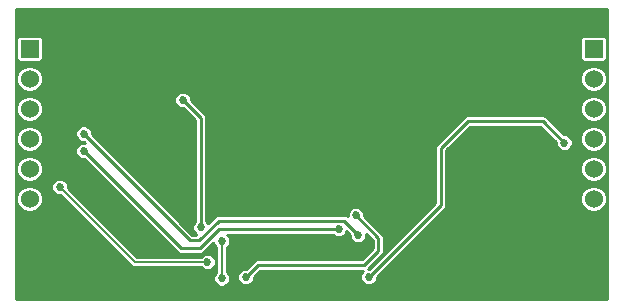
<source format=gbl>
G04 (created by PCBNEW (2013-07-07 BZR 4022)-stable) date 9/14/2013 7:52:16 PM*
%MOIN*%
G04 Gerber Fmt 3.4, Leading zero omitted, Abs format*
%FSLAX34Y34*%
G01*
G70*
G90*
G04 APERTURE LIST*
%ADD10C,0.00590551*%
%ADD11R,0.06X0.06*%
%ADD12C,0.06*%
%ADD13C,0.027*%
%ADD14C,0.01*%
%ADD15C,0.008*%
G04 APERTURE END LIST*
G54D10*
G54D11*
X48650Y-38350D03*
G54D12*
X48650Y-39350D03*
X48650Y-40350D03*
X48650Y-41350D03*
X48650Y-42350D03*
X48650Y-43350D03*
X48650Y-44350D03*
X48650Y-45350D03*
G54D11*
X67450Y-38350D03*
G54D12*
X67450Y-39350D03*
X67450Y-40350D03*
X67450Y-41350D03*
X67450Y-42350D03*
X67450Y-43350D03*
X67450Y-44350D03*
X67450Y-45350D03*
G54D13*
X58950Y-44350D03*
X50450Y-41750D03*
X59950Y-45950D03*
X66475Y-41475D03*
X54575Y-45450D03*
X49650Y-42950D03*
X51000Y-46250D03*
X51250Y-45950D03*
X51550Y-45650D03*
X52850Y-44850D03*
X53050Y-45950D03*
X63250Y-44500D03*
X63650Y-44250D03*
X64000Y-44000D03*
X65800Y-42100D03*
X65100Y-42100D03*
X66500Y-42100D03*
X55850Y-45950D03*
X59525Y-43900D03*
X55050Y-44750D03*
X55050Y-46000D03*
X54350Y-44300D03*
X53750Y-40050D03*
X50450Y-41175D03*
X59600Y-44550D03*
G54D14*
X50450Y-41750D02*
X53700Y-45000D01*
X53700Y-45000D02*
X54325Y-45000D01*
X54325Y-45000D02*
X54975Y-44350D01*
X54975Y-44350D02*
X58950Y-44350D01*
X65750Y-40750D02*
X66475Y-41475D01*
X63250Y-40750D02*
X65750Y-40750D01*
X62350Y-41650D02*
X63250Y-40750D01*
X62350Y-43550D02*
X62350Y-41650D01*
X59950Y-45950D02*
X62350Y-43550D01*
G54D15*
X52150Y-45450D02*
X54575Y-45450D01*
X49650Y-42950D02*
X52150Y-45450D01*
G54D14*
X51550Y-45650D02*
X51550Y-45700D01*
X51550Y-45700D02*
X51000Y-46250D01*
X51250Y-45950D02*
X51250Y-45950D01*
X51250Y-45950D02*
X51550Y-45650D01*
X51500Y-45750D02*
X51000Y-46250D01*
X51250Y-45950D02*
X51250Y-46000D01*
X53050Y-45950D02*
X53000Y-46000D01*
X63250Y-44000D02*
X63250Y-44500D01*
X64000Y-44000D02*
X63250Y-44000D01*
X63650Y-44250D02*
X63650Y-44275D01*
X66500Y-42100D02*
X66525Y-42125D01*
X60275Y-44650D02*
X59525Y-43900D01*
X60275Y-45075D02*
X60275Y-44650D01*
X59800Y-45550D02*
X60275Y-45075D01*
X56250Y-45550D02*
X59800Y-45550D01*
X56250Y-45550D02*
X55850Y-45950D01*
G54D15*
X55050Y-45750D02*
X55050Y-44750D01*
X55050Y-46000D02*
X55050Y-45750D01*
G54D14*
X54350Y-40650D02*
X54350Y-44300D01*
X53750Y-40050D02*
X54350Y-40650D01*
X54000Y-44725D02*
X50450Y-41175D01*
X54300Y-44725D02*
X54000Y-44725D01*
X54950Y-44075D02*
X54300Y-44725D01*
X59125Y-44075D02*
X54950Y-44075D01*
X59600Y-44550D02*
X59125Y-44075D01*
G54D10*
G36*
X67890Y-46690D02*
X67890Y-46690D01*
X67890Y-43262D01*
X67890Y-42262D01*
X67890Y-41262D01*
X67890Y-40262D01*
X67890Y-39262D01*
X67890Y-39262D01*
X67890Y-38622D01*
X67890Y-38022D01*
X67868Y-37970D01*
X67829Y-37931D01*
X67777Y-37910D01*
X67722Y-37909D01*
X67122Y-37909D01*
X67070Y-37931D01*
X67031Y-37970D01*
X67010Y-38022D01*
X67009Y-38077D01*
X67009Y-38677D01*
X67031Y-38729D01*
X67070Y-38768D01*
X67122Y-38789D01*
X67177Y-38790D01*
X67777Y-38790D01*
X67829Y-38768D01*
X67868Y-38729D01*
X67889Y-38677D01*
X67890Y-38622D01*
X67890Y-39262D01*
X67823Y-39101D01*
X67699Y-38977D01*
X67537Y-38910D01*
X67362Y-38909D01*
X67201Y-38976D01*
X67077Y-39100D01*
X67010Y-39262D01*
X67009Y-39437D01*
X67076Y-39598D01*
X67200Y-39722D01*
X67362Y-39789D01*
X67537Y-39790D01*
X67698Y-39723D01*
X67822Y-39599D01*
X67889Y-39437D01*
X67890Y-39262D01*
X67890Y-40262D01*
X67823Y-40101D01*
X67699Y-39977D01*
X67537Y-39910D01*
X67362Y-39909D01*
X67201Y-39976D01*
X67077Y-40100D01*
X67010Y-40262D01*
X67009Y-40437D01*
X67076Y-40598D01*
X67200Y-40722D01*
X67362Y-40789D01*
X67537Y-40790D01*
X67698Y-40723D01*
X67822Y-40599D01*
X67889Y-40437D01*
X67890Y-40262D01*
X67890Y-41262D01*
X67823Y-41101D01*
X67699Y-40977D01*
X67537Y-40910D01*
X67362Y-40909D01*
X67201Y-40976D01*
X67077Y-41100D01*
X67010Y-41262D01*
X67009Y-41437D01*
X67076Y-41598D01*
X67200Y-41722D01*
X67362Y-41789D01*
X67537Y-41790D01*
X67698Y-41723D01*
X67822Y-41599D01*
X67889Y-41437D01*
X67890Y-41262D01*
X67890Y-42262D01*
X67823Y-42101D01*
X67699Y-41977D01*
X67537Y-41910D01*
X67362Y-41909D01*
X67201Y-41976D01*
X67077Y-42100D01*
X67010Y-42262D01*
X67009Y-42437D01*
X67076Y-42598D01*
X67200Y-42722D01*
X67362Y-42789D01*
X67537Y-42790D01*
X67698Y-42723D01*
X67822Y-42599D01*
X67889Y-42437D01*
X67890Y-42262D01*
X67890Y-43262D01*
X67823Y-43101D01*
X67699Y-42977D01*
X67537Y-42910D01*
X67362Y-42909D01*
X67201Y-42976D01*
X67077Y-43100D01*
X67010Y-43262D01*
X67009Y-43437D01*
X67076Y-43598D01*
X67200Y-43722D01*
X67362Y-43789D01*
X67537Y-43790D01*
X67698Y-43723D01*
X67822Y-43599D01*
X67889Y-43437D01*
X67890Y-43262D01*
X67890Y-46690D01*
X66750Y-46690D01*
X66750Y-41420D01*
X66708Y-41319D01*
X66630Y-41242D01*
X66529Y-41200D01*
X66468Y-41199D01*
X65884Y-40615D01*
X65822Y-40574D01*
X65750Y-40560D01*
X63250Y-40560D01*
X63177Y-40574D01*
X63115Y-40615D01*
X62215Y-41515D01*
X62174Y-41577D01*
X62160Y-41650D01*
X62160Y-43471D01*
X59956Y-45675D01*
X59943Y-45674D01*
X60409Y-45209D01*
X60409Y-45209D01*
X60409Y-45209D01*
X60450Y-45147D01*
X60465Y-45075D01*
X60465Y-44650D01*
X60464Y-44649D01*
X60465Y-44649D01*
X60462Y-44637D01*
X60450Y-44577D01*
X60409Y-44515D01*
X60409Y-44515D01*
X59799Y-43906D01*
X59800Y-43845D01*
X59758Y-43744D01*
X59680Y-43667D01*
X59579Y-43625D01*
X59470Y-43624D01*
X59369Y-43666D01*
X59292Y-43744D01*
X59250Y-43845D01*
X59249Y-43934D01*
X59197Y-43899D01*
X59125Y-43885D01*
X54950Y-43885D01*
X54877Y-43899D01*
X54815Y-43940D01*
X54815Y-43940D01*
X54591Y-44164D01*
X54583Y-44144D01*
X54540Y-44101D01*
X54540Y-40650D01*
X54525Y-40577D01*
X54484Y-40515D01*
X54484Y-40515D01*
X54024Y-40056D01*
X54025Y-39995D01*
X53983Y-39894D01*
X53905Y-39817D01*
X53804Y-39775D01*
X53695Y-39774D01*
X53594Y-39816D01*
X53517Y-39894D01*
X53475Y-39995D01*
X53474Y-40104D01*
X53516Y-40205D01*
X53594Y-40282D01*
X53695Y-40324D01*
X53756Y-40325D01*
X54160Y-40728D01*
X54160Y-44101D01*
X54117Y-44144D01*
X54075Y-44245D01*
X54074Y-44354D01*
X54116Y-44455D01*
X54194Y-44532D01*
X54198Y-44535D01*
X54078Y-44535D01*
X50724Y-41181D01*
X50725Y-41120D01*
X50683Y-41019D01*
X50605Y-40942D01*
X50504Y-40900D01*
X50395Y-40899D01*
X50294Y-40941D01*
X50217Y-41019D01*
X50175Y-41120D01*
X50174Y-41229D01*
X50216Y-41330D01*
X50294Y-41407D01*
X50395Y-41449D01*
X50456Y-41450D01*
X50481Y-41475D01*
X50395Y-41474D01*
X50294Y-41516D01*
X50217Y-41594D01*
X50175Y-41695D01*
X50174Y-41804D01*
X50216Y-41905D01*
X50294Y-41982D01*
X50395Y-42024D01*
X50456Y-42025D01*
X53565Y-45134D01*
X53565Y-45134D01*
X53627Y-45175D01*
X53627Y-45175D01*
X53685Y-45187D01*
X53699Y-45190D01*
X53699Y-45189D01*
X53700Y-45190D01*
X54325Y-45190D01*
X54397Y-45175D01*
X54459Y-45134D01*
X54779Y-44814D01*
X54816Y-44905D01*
X54870Y-44958D01*
X54870Y-45750D01*
X54870Y-45791D01*
X54850Y-45811D01*
X54850Y-45395D01*
X54808Y-45294D01*
X54730Y-45217D01*
X54629Y-45175D01*
X54520Y-45174D01*
X54419Y-45216D01*
X54366Y-45270D01*
X52224Y-45270D01*
X49924Y-42970D01*
X49925Y-42895D01*
X49883Y-42794D01*
X49805Y-42717D01*
X49704Y-42675D01*
X49595Y-42674D01*
X49494Y-42716D01*
X49417Y-42794D01*
X49375Y-42895D01*
X49374Y-43004D01*
X49416Y-43105D01*
X49494Y-43182D01*
X49595Y-43224D01*
X49670Y-43225D01*
X52022Y-45577D01*
X52081Y-45616D01*
X52150Y-45630D01*
X54366Y-45630D01*
X54419Y-45682D01*
X54520Y-45724D01*
X54629Y-45725D01*
X54730Y-45683D01*
X54807Y-45605D01*
X54849Y-45504D01*
X54850Y-45395D01*
X54850Y-45811D01*
X54817Y-45844D01*
X54775Y-45945D01*
X54774Y-46054D01*
X54816Y-46155D01*
X54894Y-46232D01*
X54995Y-46274D01*
X55104Y-46275D01*
X55205Y-46233D01*
X55282Y-46155D01*
X55324Y-46054D01*
X55325Y-45945D01*
X55283Y-45844D01*
X55230Y-45791D01*
X55230Y-45750D01*
X55230Y-44958D01*
X55282Y-44905D01*
X55324Y-44804D01*
X55325Y-44695D01*
X55283Y-44594D01*
X55228Y-44540D01*
X58751Y-44540D01*
X58794Y-44582D01*
X58895Y-44624D01*
X59004Y-44625D01*
X59105Y-44583D01*
X59182Y-44505D01*
X59213Y-44432D01*
X59325Y-44543D01*
X59324Y-44604D01*
X59366Y-44705D01*
X59444Y-44782D01*
X59545Y-44824D01*
X59654Y-44825D01*
X59755Y-44783D01*
X59832Y-44705D01*
X59874Y-44604D01*
X59875Y-44518D01*
X60085Y-44728D01*
X60085Y-44996D01*
X59721Y-45360D01*
X56250Y-45360D01*
X56249Y-45360D01*
X56235Y-45362D01*
X56177Y-45374D01*
X56115Y-45415D01*
X56115Y-45415D01*
X55856Y-45675D01*
X55795Y-45674D01*
X55694Y-45716D01*
X55617Y-45794D01*
X55575Y-45895D01*
X55574Y-46004D01*
X55616Y-46105D01*
X55694Y-46182D01*
X55795Y-46224D01*
X55904Y-46225D01*
X56005Y-46183D01*
X56082Y-46105D01*
X56124Y-46004D01*
X56125Y-45943D01*
X56328Y-45740D01*
X59771Y-45740D01*
X59717Y-45794D01*
X59675Y-45895D01*
X59674Y-46004D01*
X59716Y-46105D01*
X59794Y-46182D01*
X59895Y-46224D01*
X60004Y-46225D01*
X60105Y-46183D01*
X60182Y-46105D01*
X60224Y-46004D01*
X60225Y-45943D01*
X62484Y-43684D01*
X62484Y-43684D01*
X62484Y-43684D01*
X62525Y-43622D01*
X62525Y-43622D01*
X62537Y-43562D01*
X62540Y-43550D01*
X62539Y-43550D01*
X62540Y-43550D01*
X62540Y-41728D01*
X63328Y-40940D01*
X65671Y-40940D01*
X66200Y-41468D01*
X66199Y-41529D01*
X66241Y-41630D01*
X66319Y-41707D01*
X66420Y-41749D01*
X66529Y-41750D01*
X66630Y-41708D01*
X66707Y-41630D01*
X66749Y-41529D01*
X66750Y-41420D01*
X66750Y-46690D01*
X49090Y-46690D01*
X49090Y-43262D01*
X49090Y-42262D01*
X49090Y-41262D01*
X49090Y-40262D01*
X49090Y-39262D01*
X49090Y-39262D01*
X49090Y-38622D01*
X49090Y-38022D01*
X49068Y-37970D01*
X49029Y-37931D01*
X48977Y-37910D01*
X48922Y-37909D01*
X48322Y-37909D01*
X48270Y-37931D01*
X48231Y-37970D01*
X48210Y-38022D01*
X48209Y-38077D01*
X48209Y-38677D01*
X48231Y-38729D01*
X48270Y-38768D01*
X48322Y-38789D01*
X48377Y-38790D01*
X48977Y-38790D01*
X49029Y-38768D01*
X49068Y-38729D01*
X49089Y-38677D01*
X49090Y-38622D01*
X49090Y-39262D01*
X49023Y-39101D01*
X48899Y-38977D01*
X48737Y-38910D01*
X48562Y-38909D01*
X48401Y-38976D01*
X48277Y-39100D01*
X48210Y-39262D01*
X48209Y-39437D01*
X48276Y-39598D01*
X48400Y-39722D01*
X48562Y-39789D01*
X48737Y-39790D01*
X48898Y-39723D01*
X49022Y-39599D01*
X49089Y-39437D01*
X49090Y-39262D01*
X49090Y-40262D01*
X49023Y-40101D01*
X48899Y-39977D01*
X48737Y-39910D01*
X48562Y-39909D01*
X48401Y-39976D01*
X48277Y-40100D01*
X48210Y-40262D01*
X48209Y-40437D01*
X48276Y-40598D01*
X48400Y-40722D01*
X48562Y-40789D01*
X48737Y-40790D01*
X48898Y-40723D01*
X49022Y-40599D01*
X49089Y-40437D01*
X49090Y-40262D01*
X49090Y-41262D01*
X49023Y-41101D01*
X48899Y-40977D01*
X48737Y-40910D01*
X48562Y-40909D01*
X48401Y-40976D01*
X48277Y-41100D01*
X48210Y-41262D01*
X48209Y-41437D01*
X48276Y-41598D01*
X48400Y-41722D01*
X48562Y-41789D01*
X48737Y-41790D01*
X48898Y-41723D01*
X49022Y-41599D01*
X49089Y-41437D01*
X49090Y-41262D01*
X49090Y-42262D01*
X49023Y-42101D01*
X48899Y-41977D01*
X48737Y-41910D01*
X48562Y-41909D01*
X48401Y-41976D01*
X48277Y-42100D01*
X48210Y-42262D01*
X48209Y-42437D01*
X48276Y-42598D01*
X48400Y-42722D01*
X48562Y-42789D01*
X48737Y-42790D01*
X48898Y-42723D01*
X49022Y-42599D01*
X49089Y-42437D01*
X49090Y-42262D01*
X49090Y-43262D01*
X49023Y-43101D01*
X48899Y-42977D01*
X48737Y-42910D01*
X48562Y-42909D01*
X48401Y-42976D01*
X48277Y-43100D01*
X48210Y-43262D01*
X48209Y-43437D01*
X48276Y-43598D01*
X48400Y-43722D01*
X48562Y-43789D01*
X48737Y-43790D01*
X48898Y-43723D01*
X49022Y-43599D01*
X49089Y-43437D01*
X49090Y-43262D01*
X49090Y-46690D01*
X48209Y-46690D01*
X48209Y-37009D01*
X67890Y-37009D01*
X67890Y-46690D01*
X67890Y-46690D01*
G37*
G54D14*
X67890Y-46690D02*
X67890Y-46690D01*
X67890Y-43262D01*
X67890Y-42262D01*
X67890Y-41262D01*
X67890Y-40262D01*
X67890Y-39262D01*
X67890Y-39262D01*
X67890Y-38622D01*
X67890Y-38022D01*
X67868Y-37970D01*
X67829Y-37931D01*
X67777Y-37910D01*
X67722Y-37909D01*
X67122Y-37909D01*
X67070Y-37931D01*
X67031Y-37970D01*
X67010Y-38022D01*
X67009Y-38077D01*
X67009Y-38677D01*
X67031Y-38729D01*
X67070Y-38768D01*
X67122Y-38789D01*
X67177Y-38790D01*
X67777Y-38790D01*
X67829Y-38768D01*
X67868Y-38729D01*
X67889Y-38677D01*
X67890Y-38622D01*
X67890Y-39262D01*
X67823Y-39101D01*
X67699Y-38977D01*
X67537Y-38910D01*
X67362Y-38909D01*
X67201Y-38976D01*
X67077Y-39100D01*
X67010Y-39262D01*
X67009Y-39437D01*
X67076Y-39598D01*
X67200Y-39722D01*
X67362Y-39789D01*
X67537Y-39790D01*
X67698Y-39723D01*
X67822Y-39599D01*
X67889Y-39437D01*
X67890Y-39262D01*
X67890Y-40262D01*
X67823Y-40101D01*
X67699Y-39977D01*
X67537Y-39910D01*
X67362Y-39909D01*
X67201Y-39976D01*
X67077Y-40100D01*
X67010Y-40262D01*
X67009Y-40437D01*
X67076Y-40598D01*
X67200Y-40722D01*
X67362Y-40789D01*
X67537Y-40790D01*
X67698Y-40723D01*
X67822Y-40599D01*
X67889Y-40437D01*
X67890Y-40262D01*
X67890Y-41262D01*
X67823Y-41101D01*
X67699Y-40977D01*
X67537Y-40910D01*
X67362Y-40909D01*
X67201Y-40976D01*
X67077Y-41100D01*
X67010Y-41262D01*
X67009Y-41437D01*
X67076Y-41598D01*
X67200Y-41722D01*
X67362Y-41789D01*
X67537Y-41790D01*
X67698Y-41723D01*
X67822Y-41599D01*
X67889Y-41437D01*
X67890Y-41262D01*
X67890Y-42262D01*
X67823Y-42101D01*
X67699Y-41977D01*
X67537Y-41910D01*
X67362Y-41909D01*
X67201Y-41976D01*
X67077Y-42100D01*
X67010Y-42262D01*
X67009Y-42437D01*
X67076Y-42598D01*
X67200Y-42722D01*
X67362Y-42789D01*
X67537Y-42790D01*
X67698Y-42723D01*
X67822Y-42599D01*
X67889Y-42437D01*
X67890Y-42262D01*
X67890Y-43262D01*
X67823Y-43101D01*
X67699Y-42977D01*
X67537Y-42910D01*
X67362Y-42909D01*
X67201Y-42976D01*
X67077Y-43100D01*
X67010Y-43262D01*
X67009Y-43437D01*
X67076Y-43598D01*
X67200Y-43722D01*
X67362Y-43789D01*
X67537Y-43790D01*
X67698Y-43723D01*
X67822Y-43599D01*
X67889Y-43437D01*
X67890Y-43262D01*
X67890Y-46690D01*
X66750Y-46690D01*
X66750Y-41420D01*
X66708Y-41319D01*
X66630Y-41242D01*
X66529Y-41200D01*
X66468Y-41199D01*
X65884Y-40615D01*
X65822Y-40574D01*
X65750Y-40560D01*
X63250Y-40560D01*
X63177Y-40574D01*
X63115Y-40615D01*
X62215Y-41515D01*
X62174Y-41577D01*
X62160Y-41650D01*
X62160Y-43471D01*
X59956Y-45675D01*
X59943Y-45674D01*
X60409Y-45209D01*
X60409Y-45209D01*
X60409Y-45209D01*
X60450Y-45147D01*
X60465Y-45075D01*
X60465Y-44650D01*
X60464Y-44649D01*
X60465Y-44649D01*
X60462Y-44637D01*
X60450Y-44577D01*
X60409Y-44515D01*
X60409Y-44515D01*
X59799Y-43906D01*
X59800Y-43845D01*
X59758Y-43744D01*
X59680Y-43667D01*
X59579Y-43625D01*
X59470Y-43624D01*
X59369Y-43666D01*
X59292Y-43744D01*
X59250Y-43845D01*
X59249Y-43934D01*
X59197Y-43899D01*
X59125Y-43885D01*
X54950Y-43885D01*
X54877Y-43899D01*
X54815Y-43940D01*
X54815Y-43940D01*
X54591Y-44164D01*
X54583Y-44144D01*
X54540Y-44101D01*
X54540Y-40650D01*
X54525Y-40577D01*
X54484Y-40515D01*
X54484Y-40515D01*
X54024Y-40056D01*
X54025Y-39995D01*
X53983Y-39894D01*
X53905Y-39817D01*
X53804Y-39775D01*
X53695Y-39774D01*
X53594Y-39816D01*
X53517Y-39894D01*
X53475Y-39995D01*
X53474Y-40104D01*
X53516Y-40205D01*
X53594Y-40282D01*
X53695Y-40324D01*
X53756Y-40325D01*
X54160Y-40728D01*
X54160Y-44101D01*
X54117Y-44144D01*
X54075Y-44245D01*
X54074Y-44354D01*
X54116Y-44455D01*
X54194Y-44532D01*
X54198Y-44535D01*
X54078Y-44535D01*
X50724Y-41181D01*
X50725Y-41120D01*
X50683Y-41019D01*
X50605Y-40942D01*
X50504Y-40900D01*
X50395Y-40899D01*
X50294Y-40941D01*
X50217Y-41019D01*
X50175Y-41120D01*
X50174Y-41229D01*
X50216Y-41330D01*
X50294Y-41407D01*
X50395Y-41449D01*
X50456Y-41450D01*
X50481Y-41475D01*
X50395Y-41474D01*
X50294Y-41516D01*
X50217Y-41594D01*
X50175Y-41695D01*
X50174Y-41804D01*
X50216Y-41905D01*
X50294Y-41982D01*
X50395Y-42024D01*
X50456Y-42025D01*
X53565Y-45134D01*
X53565Y-45134D01*
X53627Y-45175D01*
X53627Y-45175D01*
X53685Y-45187D01*
X53699Y-45190D01*
X53699Y-45189D01*
X53700Y-45190D01*
X54325Y-45190D01*
X54397Y-45175D01*
X54459Y-45134D01*
X54779Y-44814D01*
X54816Y-44905D01*
X54870Y-44958D01*
X54870Y-45750D01*
X54870Y-45791D01*
X54850Y-45811D01*
X54850Y-45395D01*
X54808Y-45294D01*
X54730Y-45217D01*
X54629Y-45175D01*
X54520Y-45174D01*
X54419Y-45216D01*
X54366Y-45270D01*
X52224Y-45270D01*
X49924Y-42970D01*
X49925Y-42895D01*
X49883Y-42794D01*
X49805Y-42717D01*
X49704Y-42675D01*
X49595Y-42674D01*
X49494Y-42716D01*
X49417Y-42794D01*
X49375Y-42895D01*
X49374Y-43004D01*
X49416Y-43105D01*
X49494Y-43182D01*
X49595Y-43224D01*
X49670Y-43225D01*
X52022Y-45577D01*
X52081Y-45616D01*
X52150Y-45630D01*
X54366Y-45630D01*
X54419Y-45682D01*
X54520Y-45724D01*
X54629Y-45725D01*
X54730Y-45683D01*
X54807Y-45605D01*
X54849Y-45504D01*
X54850Y-45395D01*
X54850Y-45811D01*
X54817Y-45844D01*
X54775Y-45945D01*
X54774Y-46054D01*
X54816Y-46155D01*
X54894Y-46232D01*
X54995Y-46274D01*
X55104Y-46275D01*
X55205Y-46233D01*
X55282Y-46155D01*
X55324Y-46054D01*
X55325Y-45945D01*
X55283Y-45844D01*
X55230Y-45791D01*
X55230Y-45750D01*
X55230Y-44958D01*
X55282Y-44905D01*
X55324Y-44804D01*
X55325Y-44695D01*
X55283Y-44594D01*
X55228Y-44540D01*
X58751Y-44540D01*
X58794Y-44582D01*
X58895Y-44624D01*
X59004Y-44625D01*
X59105Y-44583D01*
X59182Y-44505D01*
X59213Y-44432D01*
X59325Y-44543D01*
X59324Y-44604D01*
X59366Y-44705D01*
X59444Y-44782D01*
X59545Y-44824D01*
X59654Y-44825D01*
X59755Y-44783D01*
X59832Y-44705D01*
X59874Y-44604D01*
X59875Y-44518D01*
X60085Y-44728D01*
X60085Y-44996D01*
X59721Y-45360D01*
X56250Y-45360D01*
X56249Y-45360D01*
X56235Y-45362D01*
X56177Y-45374D01*
X56115Y-45415D01*
X56115Y-45415D01*
X55856Y-45675D01*
X55795Y-45674D01*
X55694Y-45716D01*
X55617Y-45794D01*
X55575Y-45895D01*
X55574Y-46004D01*
X55616Y-46105D01*
X55694Y-46182D01*
X55795Y-46224D01*
X55904Y-46225D01*
X56005Y-46183D01*
X56082Y-46105D01*
X56124Y-46004D01*
X56125Y-45943D01*
X56328Y-45740D01*
X59771Y-45740D01*
X59717Y-45794D01*
X59675Y-45895D01*
X59674Y-46004D01*
X59716Y-46105D01*
X59794Y-46182D01*
X59895Y-46224D01*
X60004Y-46225D01*
X60105Y-46183D01*
X60182Y-46105D01*
X60224Y-46004D01*
X60225Y-45943D01*
X62484Y-43684D01*
X62484Y-43684D01*
X62484Y-43684D01*
X62525Y-43622D01*
X62525Y-43622D01*
X62537Y-43562D01*
X62540Y-43550D01*
X62539Y-43550D01*
X62540Y-43550D01*
X62540Y-41728D01*
X63328Y-40940D01*
X65671Y-40940D01*
X66200Y-41468D01*
X66199Y-41529D01*
X66241Y-41630D01*
X66319Y-41707D01*
X66420Y-41749D01*
X66529Y-41750D01*
X66630Y-41708D01*
X66707Y-41630D01*
X66749Y-41529D01*
X66750Y-41420D01*
X66750Y-46690D01*
X49090Y-46690D01*
X49090Y-43262D01*
X49090Y-42262D01*
X49090Y-41262D01*
X49090Y-40262D01*
X49090Y-39262D01*
X49090Y-39262D01*
X49090Y-38622D01*
X49090Y-38022D01*
X49068Y-37970D01*
X49029Y-37931D01*
X48977Y-37910D01*
X48922Y-37909D01*
X48322Y-37909D01*
X48270Y-37931D01*
X48231Y-37970D01*
X48210Y-38022D01*
X48209Y-38077D01*
X48209Y-38677D01*
X48231Y-38729D01*
X48270Y-38768D01*
X48322Y-38789D01*
X48377Y-38790D01*
X48977Y-38790D01*
X49029Y-38768D01*
X49068Y-38729D01*
X49089Y-38677D01*
X49090Y-38622D01*
X49090Y-39262D01*
X49023Y-39101D01*
X48899Y-38977D01*
X48737Y-38910D01*
X48562Y-38909D01*
X48401Y-38976D01*
X48277Y-39100D01*
X48210Y-39262D01*
X48209Y-39437D01*
X48276Y-39598D01*
X48400Y-39722D01*
X48562Y-39789D01*
X48737Y-39790D01*
X48898Y-39723D01*
X49022Y-39599D01*
X49089Y-39437D01*
X49090Y-39262D01*
X49090Y-40262D01*
X49023Y-40101D01*
X48899Y-39977D01*
X48737Y-39910D01*
X48562Y-39909D01*
X48401Y-39976D01*
X48277Y-40100D01*
X48210Y-40262D01*
X48209Y-40437D01*
X48276Y-40598D01*
X48400Y-40722D01*
X48562Y-40789D01*
X48737Y-40790D01*
X48898Y-40723D01*
X49022Y-40599D01*
X49089Y-40437D01*
X49090Y-40262D01*
X49090Y-41262D01*
X49023Y-41101D01*
X48899Y-40977D01*
X48737Y-40910D01*
X48562Y-40909D01*
X48401Y-40976D01*
X48277Y-41100D01*
X48210Y-41262D01*
X48209Y-41437D01*
X48276Y-41598D01*
X48400Y-41722D01*
X48562Y-41789D01*
X48737Y-41790D01*
X48898Y-41723D01*
X49022Y-41599D01*
X49089Y-41437D01*
X49090Y-41262D01*
X49090Y-42262D01*
X49023Y-42101D01*
X48899Y-41977D01*
X48737Y-41910D01*
X48562Y-41909D01*
X48401Y-41976D01*
X48277Y-42100D01*
X48210Y-42262D01*
X48209Y-42437D01*
X48276Y-42598D01*
X48400Y-42722D01*
X48562Y-42789D01*
X48737Y-42790D01*
X48898Y-42723D01*
X49022Y-42599D01*
X49089Y-42437D01*
X49090Y-42262D01*
X49090Y-43262D01*
X49023Y-43101D01*
X48899Y-42977D01*
X48737Y-42910D01*
X48562Y-42909D01*
X48401Y-42976D01*
X48277Y-43100D01*
X48210Y-43262D01*
X48209Y-43437D01*
X48276Y-43598D01*
X48400Y-43722D01*
X48562Y-43789D01*
X48737Y-43790D01*
X48898Y-43723D01*
X49022Y-43599D01*
X49089Y-43437D01*
X49090Y-43262D01*
X49090Y-46690D01*
X48209Y-46690D01*
X48209Y-37009D01*
X67890Y-37009D01*
X67890Y-46690D01*
M02*

</source>
